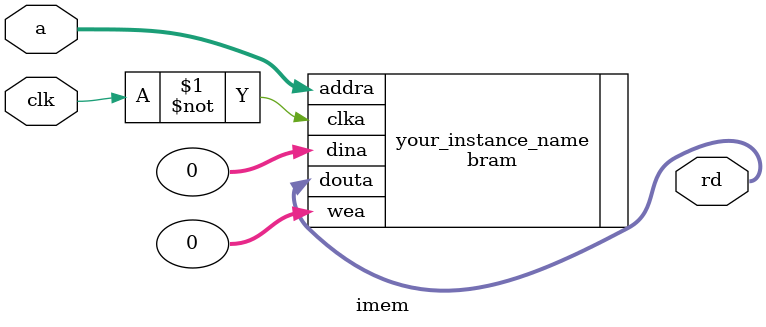
<source format=v>
module imem (
	clk,
	a,
	rd
);
	input clk;
	// memory position to access/index
	input wire [31:0] a;
	// read data reg
	output wire [31:0] rd;
	
    bram your_instance_name (
        .clka(~clk),    // input wire clka
        .wea(0),      // input wire [0 : 0] wea
        .addra(a),  // input wire [7 : 0] addra
        .dina(0),    // input wire [31 : 0] dina
        .douta(rd)  // output wire [31 : 0] douta
    );
    
endmodule

</source>
